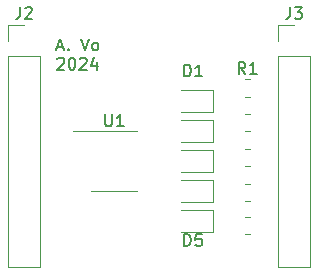
<source format=gto>
%TF.GenerationSoftware,KiCad,Pcbnew,7.0.10*%
%TF.CreationDate,2024-10-03T23:04:50-07:00*%
%TF.ProjectId,e155 pcb,65313535-2070-4636-922e-6b696361645f,rev?*%
%TF.SameCoordinates,Original*%
%TF.FileFunction,Legend,Top*%
%TF.FilePolarity,Positive*%
%FSLAX46Y46*%
G04 Gerber Fmt 4.6, Leading zero omitted, Abs format (unit mm)*
G04 Created by KiCad (PCBNEW 7.0.10) date 2024-10-03 23:04:50*
%MOMM*%
%LPD*%
G01*
G04 APERTURE LIST*
%ADD10C,0.150000*%
%ADD11C,0.120000*%
G04 APERTURE END LIST*
D10*
X152689160Y-89414104D02*
X153165350Y-89414104D01*
X152593922Y-89699819D02*
X152927255Y-88699819D01*
X152927255Y-88699819D02*
X153260588Y-89699819D01*
X153593922Y-89604580D02*
X153641541Y-89652200D01*
X153641541Y-89652200D02*
X153593922Y-89699819D01*
X153593922Y-89699819D02*
X153546303Y-89652200D01*
X153546303Y-89652200D02*
X153593922Y-89604580D01*
X153593922Y-89604580D02*
X153593922Y-89699819D01*
X154689160Y-88699819D02*
X155022493Y-89699819D01*
X155022493Y-89699819D02*
X155355826Y-88699819D01*
X155832017Y-89699819D02*
X155736779Y-89652200D01*
X155736779Y-89652200D02*
X155689160Y-89604580D01*
X155689160Y-89604580D02*
X155641541Y-89509342D01*
X155641541Y-89509342D02*
X155641541Y-89223628D01*
X155641541Y-89223628D02*
X155689160Y-89128390D01*
X155689160Y-89128390D02*
X155736779Y-89080771D01*
X155736779Y-89080771D02*
X155832017Y-89033152D01*
X155832017Y-89033152D02*
X155974874Y-89033152D01*
X155974874Y-89033152D02*
X156070112Y-89080771D01*
X156070112Y-89080771D02*
X156117731Y-89128390D01*
X156117731Y-89128390D02*
X156165350Y-89223628D01*
X156165350Y-89223628D02*
X156165350Y-89509342D01*
X156165350Y-89509342D02*
X156117731Y-89604580D01*
X156117731Y-89604580D02*
X156070112Y-89652200D01*
X156070112Y-89652200D02*
X155974874Y-89699819D01*
X155974874Y-89699819D02*
X155832017Y-89699819D01*
X152689160Y-90405057D02*
X152736779Y-90357438D01*
X152736779Y-90357438D02*
X152832017Y-90309819D01*
X152832017Y-90309819D02*
X153070112Y-90309819D01*
X153070112Y-90309819D02*
X153165350Y-90357438D01*
X153165350Y-90357438D02*
X153212969Y-90405057D01*
X153212969Y-90405057D02*
X153260588Y-90500295D01*
X153260588Y-90500295D02*
X153260588Y-90595533D01*
X153260588Y-90595533D02*
X153212969Y-90738390D01*
X153212969Y-90738390D02*
X152641541Y-91309819D01*
X152641541Y-91309819D02*
X153260588Y-91309819D01*
X153879636Y-90309819D02*
X153974874Y-90309819D01*
X153974874Y-90309819D02*
X154070112Y-90357438D01*
X154070112Y-90357438D02*
X154117731Y-90405057D01*
X154117731Y-90405057D02*
X154165350Y-90500295D01*
X154165350Y-90500295D02*
X154212969Y-90690771D01*
X154212969Y-90690771D02*
X154212969Y-90928866D01*
X154212969Y-90928866D02*
X154165350Y-91119342D01*
X154165350Y-91119342D02*
X154117731Y-91214580D01*
X154117731Y-91214580D02*
X154070112Y-91262200D01*
X154070112Y-91262200D02*
X153974874Y-91309819D01*
X153974874Y-91309819D02*
X153879636Y-91309819D01*
X153879636Y-91309819D02*
X153784398Y-91262200D01*
X153784398Y-91262200D02*
X153736779Y-91214580D01*
X153736779Y-91214580D02*
X153689160Y-91119342D01*
X153689160Y-91119342D02*
X153641541Y-90928866D01*
X153641541Y-90928866D02*
X153641541Y-90690771D01*
X153641541Y-90690771D02*
X153689160Y-90500295D01*
X153689160Y-90500295D02*
X153736779Y-90405057D01*
X153736779Y-90405057D02*
X153784398Y-90357438D01*
X153784398Y-90357438D02*
X153879636Y-90309819D01*
X154593922Y-90405057D02*
X154641541Y-90357438D01*
X154641541Y-90357438D02*
X154736779Y-90309819D01*
X154736779Y-90309819D02*
X154974874Y-90309819D01*
X154974874Y-90309819D02*
X155070112Y-90357438D01*
X155070112Y-90357438D02*
X155117731Y-90405057D01*
X155117731Y-90405057D02*
X155165350Y-90500295D01*
X155165350Y-90500295D02*
X155165350Y-90595533D01*
X155165350Y-90595533D02*
X155117731Y-90738390D01*
X155117731Y-90738390D02*
X154546303Y-91309819D01*
X154546303Y-91309819D02*
X155165350Y-91309819D01*
X156022493Y-90643152D02*
X156022493Y-91309819D01*
X155784398Y-90262200D02*
X155546303Y-90976485D01*
X155546303Y-90976485D02*
X156165350Y-90976485D01*
X156718095Y-95114819D02*
X156718095Y-95924342D01*
X156718095Y-95924342D02*
X156765714Y-96019580D01*
X156765714Y-96019580D02*
X156813333Y-96067200D01*
X156813333Y-96067200D02*
X156908571Y-96114819D01*
X156908571Y-96114819D02*
X157099047Y-96114819D01*
X157099047Y-96114819D02*
X157194285Y-96067200D01*
X157194285Y-96067200D02*
X157241904Y-96019580D01*
X157241904Y-96019580D02*
X157289523Y-95924342D01*
X157289523Y-95924342D02*
X157289523Y-95114819D01*
X158289523Y-96114819D02*
X157718095Y-96114819D01*
X158003809Y-96114819D02*
X158003809Y-95114819D01*
X158003809Y-95114819D02*
X157908571Y-95257676D01*
X157908571Y-95257676D02*
X157813333Y-95352914D01*
X157813333Y-95352914D02*
X157718095Y-95400533D01*
X168598333Y-91669819D02*
X168265000Y-91193628D01*
X168026905Y-91669819D02*
X168026905Y-90669819D01*
X168026905Y-90669819D02*
X168407857Y-90669819D01*
X168407857Y-90669819D02*
X168503095Y-90717438D01*
X168503095Y-90717438D02*
X168550714Y-90765057D01*
X168550714Y-90765057D02*
X168598333Y-90860295D01*
X168598333Y-90860295D02*
X168598333Y-91003152D01*
X168598333Y-91003152D02*
X168550714Y-91098390D01*
X168550714Y-91098390D02*
X168503095Y-91146009D01*
X168503095Y-91146009D02*
X168407857Y-91193628D01*
X168407857Y-91193628D02*
X168026905Y-91193628D01*
X169550714Y-91669819D02*
X168979286Y-91669819D01*
X169265000Y-91669819D02*
X169265000Y-90669819D01*
X169265000Y-90669819D02*
X169169762Y-90812676D01*
X169169762Y-90812676D02*
X169074524Y-90907914D01*
X169074524Y-90907914D02*
X168979286Y-90955533D01*
X163424405Y-106244819D02*
X163424405Y-105244819D01*
X163424405Y-105244819D02*
X163662500Y-105244819D01*
X163662500Y-105244819D02*
X163805357Y-105292438D01*
X163805357Y-105292438D02*
X163900595Y-105387676D01*
X163900595Y-105387676D02*
X163948214Y-105482914D01*
X163948214Y-105482914D02*
X163995833Y-105673390D01*
X163995833Y-105673390D02*
X163995833Y-105816247D01*
X163995833Y-105816247D02*
X163948214Y-106006723D01*
X163948214Y-106006723D02*
X163900595Y-106101961D01*
X163900595Y-106101961D02*
X163805357Y-106197200D01*
X163805357Y-106197200D02*
X163662500Y-106244819D01*
X163662500Y-106244819D02*
X163424405Y-106244819D01*
X164900595Y-105244819D02*
X164424405Y-105244819D01*
X164424405Y-105244819D02*
X164376786Y-105721009D01*
X164376786Y-105721009D02*
X164424405Y-105673390D01*
X164424405Y-105673390D02*
X164519643Y-105625771D01*
X164519643Y-105625771D02*
X164757738Y-105625771D01*
X164757738Y-105625771D02*
X164852976Y-105673390D01*
X164852976Y-105673390D02*
X164900595Y-105721009D01*
X164900595Y-105721009D02*
X164948214Y-105816247D01*
X164948214Y-105816247D02*
X164948214Y-106054342D01*
X164948214Y-106054342D02*
X164900595Y-106149580D01*
X164900595Y-106149580D02*
X164852976Y-106197200D01*
X164852976Y-106197200D02*
X164757738Y-106244819D01*
X164757738Y-106244819D02*
X164519643Y-106244819D01*
X164519643Y-106244819D02*
X164424405Y-106197200D01*
X164424405Y-106197200D02*
X164376786Y-106149580D01*
X163424405Y-91894819D02*
X163424405Y-90894819D01*
X163424405Y-90894819D02*
X163662500Y-90894819D01*
X163662500Y-90894819D02*
X163805357Y-90942438D01*
X163805357Y-90942438D02*
X163900595Y-91037676D01*
X163900595Y-91037676D02*
X163948214Y-91132914D01*
X163948214Y-91132914D02*
X163995833Y-91323390D01*
X163995833Y-91323390D02*
X163995833Y-91466247D01*
X163995833Y-91466247D02*
X163948214Y-91656723D01*
X163948214Y-91656723D02*
X163900595Y-91751961D01*
X163900595Y-91751961D02*
X163805357Y-91847200D01*
X163805357Y-91847200D02*
X163662500Y-91894819D01*
X163662500Y-91894819D02*
X163424405Y-91894819D01*
X164948214Y-91894819D02*
X164376786Y-91894819D01*
X164662500Y-91894819D02*
X164662500Y-90894819D01*
X164662500Y-90894819D02*
X164567262Y-91037676D01*
X164567262Y-91037676D02*
X164472024Y-91132914D01*
X164472024Y-91132914D02*
X164376786Y-91180533D01*
X172386666Y-86024819D02*
X172386666Y-86739104D01*
X172386666Y-86739104D02*
X172339047Y-86881961D01*
X172339047Y-86881961D02*
X172243809Y-86977200D01*
X172243809Y-86977200D02*
X172100952Y-87024819D01*
X172100952Y-87024819D02*
X172005714Y-87024819D01*
X172767619Y-86024819D02*
X173386666Y-86024819D01*
X173386666Y-86024819D02*
X173053333Y-86405771D01*
X173053333Y-86405771D02*
X173196190Y-86405771D01*
X173196190Y-86405771D02*
X173291428Y-86453390D01*
X173291428Y-86453390D02*
X173339047Y-86501009D01*
X173339047Y-86501009D02*
X173386666Y-86596247D01*
X173386666Y-86596247D02*
X173386666Y-86834342D01*
X173386666Y-86834342D02*
X173339047Y-86929580D01*
X173339047Y-86929580D02*
X173291428Y-86977200D01*
X173291428Y-86977200D02*
X173196190Y-87024819D01*
X173196190Y-87024819D02*
X172910476Y-87024819D01*
X172910476Y-87024819D02*
X172815238Y-86977200D01*
X172815238Y-86977200D02*
X172767619Y-86929580D01*
X149526666Y-86024819D02*
X149526666Y-86739104D01*
X149526666Y-86739104D02*
X149479047Y-86881961D01*
X149479047Y-86881961D02*
X149383809Y-86977200D01*
X149383809Y-86977200D02*
X149240952Y-87024819D01*
X149240952Y-87024819D02*
X149145714Y-87024819D01*
X149955238Y-86120057D02*
X150002857Y-86072438D01*
X150002857Y-86072438D02*
X150098095Y-86024819D01*
X150098095Y-86024819D02*
X150336190Y-86024819D01*
X150336190Y-86024819D02*
X150431428Y-86072438D01*
X150431428Y-86072438D02*
X150479047Y-86120057D01*
X150479047Y-86120057D02*
X150526666Y-86215295D01*
X150526666Y-86215295D02*
X150526666Y-86310533D01*
X150526666Y-86310533D02*
X150479047Y-86453390D01*
X150479047Y-86453390D02*
X149907619Y-87024819D01*
X149907619Y-87024819D02*
X150526666Y-87024819D01*
D11*
%TO.C,D4*%
X165847500Y-100640000D02*
X163162500Y-100640000D01*
X165847500Y-102560000D02*
X165847500Y-100640000D01*
X163162500Y-102560000D02*
X165847500Y-102560000D01*
%TO.C,U1*%
X157480000Y-96500000D02*
X159430000Y-96500000D01*
X157480000Y-101620000D02*
X159430000Y-101620000D01*
X157480000Y-96500000D02*
X154030000Y-96500000D01*
X157480000Y-101620000D02*
X155530000Y-101620000D01*
%TO.C,R5*%
X168537936Y-103800000D02*
X168992064Y-103800000D01*
X168537936Y-105270000D02*
X168992064Y-105270000D01*
%TO.C,R4*%
X168537936Y-100980000D02*
X168992064Y-100980000D01*
X168537936Y-102450000D02*
X168992064Y-102450000D01*
%TO.C,R3*%
X168537936Y-98030000D02*
X168992064Y-98030000D01*
X168537936Y-99500000D02*
X168992064Y-99500000D01*
%TO.C,R2*%
X168537936Y-95080000D02*
X168992064Y-95080000D01*
X168537936Y-96550000D02*
X168992064Y-96550000D01*
%TO.C,R1*%
X168537936Y-92130000D02*
X168992064Y-92130000D01*
X168537936Y-93600000D02*
X168992064Y-93600000D01*
%TO.C,D5*%
X163162500Y-105100000D02*
X165847500Y-105100000D01*
X165847500Y-105100000D02*
X165847500Y-103180000D01*
X165847500Y-103180000D02*
X163162500Y-103180000D01*
%TO.C,D3*%
X165847500Y-98100000D02*
X163162500Y-98100000D01*
X165847500Y-100020000D02*
X165847500Y-98100000D01*
X163162500Y-100020000D02*
X165847500Y-100020000D01*
%TO.C,D2*%
X163162500Y-97480000D02*
X165847500Y-97480000D01*
X165847500Y-97480000D02*
X165847500Y-95560000D01*
X165847500Y-95560000D02*
X163162500Y-95560000D01*
%TO.C,D1*%
X163162500Y-94940000D02*
X165847500Y-94940000D01*
X165847500Y-94940000D02*
X165847500Y-93020000D01*
X165847500Y-93020000D02*
X163162500Y-93020000D01*
%TO.C,J3*%
X171390000Y-90170000D02*
X174050000Y-90170000D01*
X171390000Y-108010000D02*
X174050000Y-108010000D01*
X171390000Y-90170000D02*
X171390000Y-108010000D01*
X171390000Y-88900000D02*
X171390000Y-87570000D01*
X174050000Y-90170000D02*
X174050000Y-108010000D01*
X171390000Y-87570000D02*
X172720000Y-87570000D01*
%TO.C,J2*%
X148530000Y-87570000D02*
X149860000Y-87570000D01*
X151190000Y-90170000D02*
X151190000Y-108010000D01*
X148530000Y-88900000D02*
X148530000Y-87570000D01*
X148530000Y-90170000D02*
X148530000Y-108010000D01*
X148530000Y-108010000D02*
X151190000Y-108010000D01*
X148530000Y-90170000D02*
X151190000Y-90170000D01*
%TD*%
M02*

</source>
